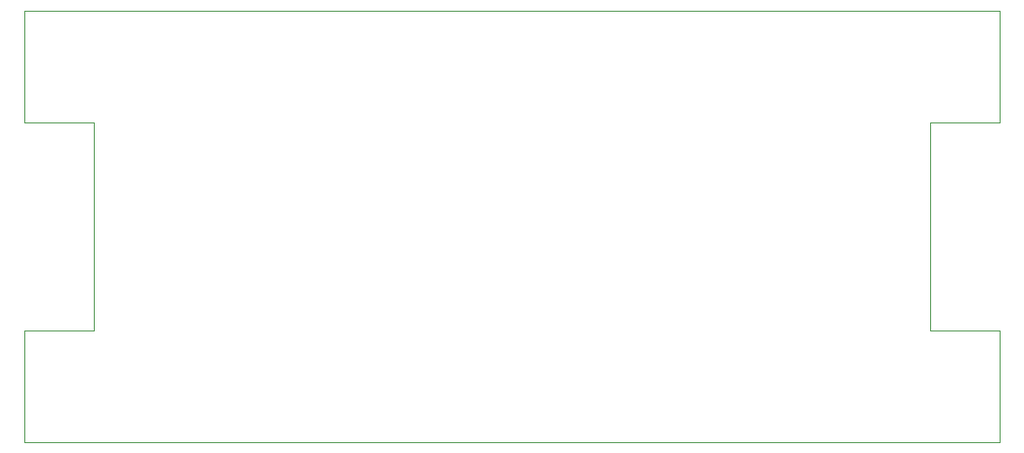
<source format=gbr>
G04 #@! TF.GenerationSoftware,KiCad,Pcbnew,(5.1.5-0-10_14)*
G04 #@! TF.CreationDate,2020-06-18T21:13:27+02:00*
G04 #@! TF.ProjectId,accu,61636375-2e6b-4696-9361-645f70636258,rev?*
G04 #@! TF.SameCoordinates,Original*
G04 #@! TF.FileFunction,Profile,NP*
%FSLAX46Y46*%
G04 Gerber Fmt 4.6, Leading zero omitted, Abs format (unit mm)*
G04 Created by KiCad (PCBNEW (5.1.5-0-10_14)) date 2020-06-18 21:13:27*
%MOMM*%
%LPD*%
G04 APERTURE LIST*
%ADD10C,0.050000*%
G04 APERTURE END LIST*
D10*
X6500000Y-30000000D02*
X0Y-30000000D01*
X0Y-10500000D02*
X6500000Y-10500000D01*
X85000000Y-30000000D02*
X91500000Y-30000000D01*
X91500000Y-10500000D02*
X85000000Y-10500000D01*
X85000000Y-30000000D02*
X85000000Y-10500000D01*
X6500000Y-30000000D02*
X6500000Y-10500000D01*
X0Y-40500000D02*
X0Y-30000000D01*
X91500000Y-40500000D02*
X91500000Y-30000000D01*
X0Y0D02*
X0Y-10500000D01*
X0Y-40500000D02*
X91500000Y-40500000D01*
X91500000Y0D02*
X91500000Y-10500000D01*
X0Y0D02*
X91500000Y0D01*
M02*

</source>
